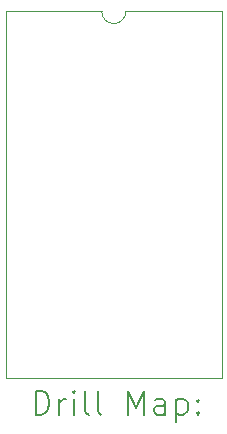
<source format=gbr>
%TF.GenerationSoftware,KiCad,Pcbnew,(6.0.7)*%
%TF.CreationDate,2022-08-15T11:05:21+01:00*%
%TF.ProjectId,nwX287,6e775832-3837-42e6-9b69-6361645f7063,1a*%
%TF.SameCoordinates,Original*%
%TF.FileFunction,Drillmap*%
%TF.FilePolarity,Positive*%
%FSLAX45Y45*%
G04 Gerber Fmt 4.5, Leading zero omitted, Abs format (unit mm)*
G04 Created by KiCad (PCBNEW (6.0.7)) date 2022-08-15 11:05:21*
%MOMM*%
%LPD*%
G01*
G04 APERTURE LIST*
%ADD10C,0.050000*%
%ADD11C,0.200000*%
G04 APERTURE END LIST*
D10*
X12547600Y-7791450D02*
X13360400Y-7791450D01*
X13360400Y-7791450D02*
G75*
G03*
X13563600Y-7791450I101600J-6350D01*
G01*
X12547600Y-10896600D02*
X12547600Y-7791450D01*
X14376400Y-10896600D02*
X12547600Y-10896600D01*
X14376400Y-7791450D02*
X14376400Y-10896600D01*
X13563600Y-7791450D02*
X14376400Y-7791450D01*
D11*
X12802719Y-11209576D02*
X12802719Y-11009576D01*
X12850338Y-11009576D01*
X12878909Y-11019100D01*
X12897957Y-11038148D01*
X12907481Y-11057195D01*
X12917005Y-11095290D01*
X12917005Y-11123862D01*
X12907481Y-11161957D01*
X12897957Y-11181005D01*
X12878909Y-11200052D01*
X12850338Y-11209576D01*
X12802719Y-11209576D01*
X13002719Y-11209576D02*
X13002719Y-11076243D01*
X13002719Y-11114338D02*
X13012243Y-11095290D01*
X13021767Y-11085767D01*
X13040814Y-11076243D01*
X13059862Y-11076243D01*
X13126528Y-11209576D02*
X13126528Y-11076243D01*
X13126528Y-11009576D02*
X13117005Y-11019100D01*
X13126528Y-11028624D01*
X13136052Y-11019100D01*
X13126528Y-11009576D01*
X13126528Y-11028624D01*
X13250338Y-11209576D02*
X13231290Y-11200052D01*
X13221767Y-11181005D01*
X13221767Y-11009576D01*
X13355100Y-11209576D02*
X13336052Y-11200052D01*
X13326528Y-11181005D01*
X13326528Y-11009576D01*
X13583671Y-11209576D02*
X13583671Y-11009576D01*
X13650338Y-11152433D01*
X13717005Y-11009576D01*
X13717005Y-11209576D01*
X13897957Y-11209576D02*
X13897957Y-11104814D01*
X13888433Y-11085767D01*
X13869386Y-11076243D01*
X13831290Y-11076243D01*
X13812243Y-11085767D01*
X13897957Y-11200052D02*
X13878909Y-11209576D01*
X13831290Y-11209576D01*
X13812243Y-11200052D01*
X13802719Y-11181005D01*
X13802719Y-11161957D01*
X13812243Y-11142910D01*
X13831290Y-11133386D01*
X13878909Y-11133386D01*
X13897957Y-11123862D01*
X13993195Y-11076243D02*
X13993195Y-11276243D01*
X13993195Y-11085767D02*
X14012243Y-11076243D01*
X14050338Y-11076243D01*
X14069386Y-11085767D01*
X14078909Y-11095290D01*
X14088433Y-11114338D01*
X14088433Y-11171481D01*
X14078909Y-11190528D01*
X14069386Y-11200052D01*
X14050338Y-11209576D01*
X14012243Y-11209576D01*
X13993195Y-11200052D01*
X14174148Y-11190528D02*
X14183671Y-11200052D01*
X14174148Y-11209576D01*
X14164624Y-11200052D01*
X14174148Y-11190528D01*
X14174148Y-11209576D01*
X14174148Y-11085767D02*
X14183671Y-11095290D01*
X14174148Y-11104814D01*
X14164624Y-11095290D01*
X14174148Y-11085767D01*
X14174148Y-11104814D01*
M02*

</source>
